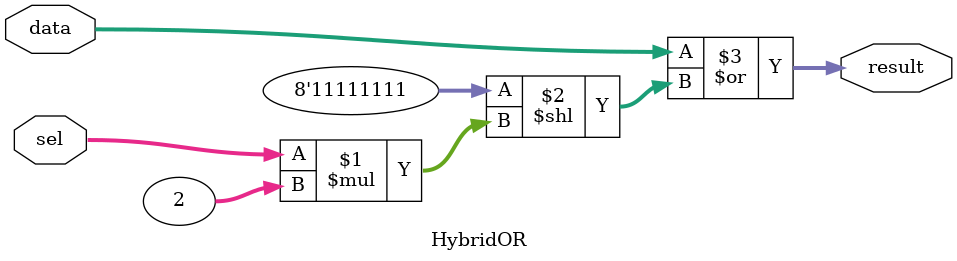
<source format=sv>
module HybridOR(
    input [1:0] sel,
    input [7:0] data,
    output [7:0] result
);
    assign result = data | (8'hFF << (sel * 2));
endmodule

</source>
